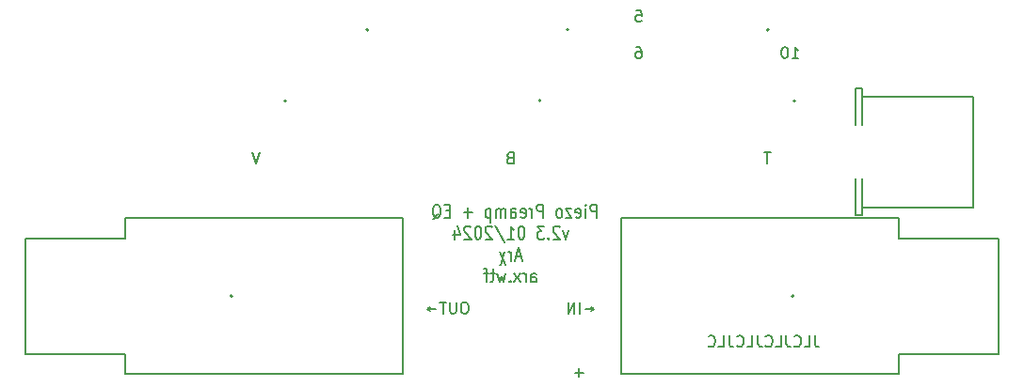
<source format=gbo>
G04 #@! TF.GenerationSoftware,KiCad,Pcbnew,7.0.10*
G04 #@! TF.CreationDate,2024-02-22T18:00:35+01:00*
G04 #@! TF.ProjectId,2023_PiezoPreamp,32303233-5f50-4696-957a-6f507265616d,2.3*
G04 #@! TF.SameCoordinates,PX25317c0PY1c22260*
G04 #@! TF.FileFunction,Legend,Bot*
G04 #@! TF.FilePolarity,Positive*
%FSLAX46Y46*%
G04 Gerber Fmt 4.6, Leading zero omitted, Abs format (unit mm)*
G04 Created by KiCad (PCBNEW 7.0.10) date 2024-02-22 18:00:35*
%MOMM*%
%LPD*%
G01*
G04 APERTURE LIST*
%ADD10C,0.200000*%
%ADD11C,0.127000*%
%ADD12C,5.500000*%
%ADD13C,1.000000*%
%ADD14C,1.800000*%
%ADD15O,3.600000X4.000000*%
%ADD16O,3.500000X4.000000*%
%ADD17C,1.400000*%
%ADD18C,3.200000*%
%ADD19R,1.650000X1.650000*%
%ADD20C,1.650000*%
%ADD21O,2.800000X4.800000*%
%ADD22O,3.204000X2.004000*%
G04 APERTURE END LIST*
D10*
X22100000Y-2300000D02*
G75*
G03*
X21900000Y-2300000I-100000J0D01*
G01*
X21900000Y-2300000D02*
G75*
G03*
X22100000Y-2300000I100000J0D01*
G01*
X37600000Y-8700000D02*
G75*
G03*
X37400000Y-8700000I-100000J0D01*
G01*
X37400000Y-8700000D02*
G75*
G03*
X37600000Y-8700000I100000J0D01*
G01*
X58100000Y-2300000D02*
G75*
G03*
X57900000Y-2300000I-100000J0D01*
G01*
X57900000Y-2300000D02*
G75*
G03*
X58100000Y-2300000I100000J0D01*
G01*
X60500000Y-8700000D02*
G75*
G03*
X60300000Y-8700000I-100000J0D01*
G01*
X60300000Y-8700000D02*
G75*
G03*
X60500000Y-8700000I100000J0D01*
G01*
X14700000Y-8700000D02*
G75*
G03*
X14500000Y-8700000I-100000J0D01*
G01*
X14500000Y-8700000D02*
G75*
G03*
X14700000Y-8700000I100000J0D01*
G01*
X40100000Y-2300000D02*
G75*
G03*
X39900000Y-2300000I-100000J0D01*
G01*
X39900000Y-2300000D02*
G75*
G03*
X40100000Y-2300000I100000J0D01*
G01*
X12273183Y-13367219D02*
X11939850Y-14367219D01*
X11939850Y-14367219D02*
X11606517Y-13367219D01*
X41568422Y-27486266D02*
X42330326Y-27486266D01*
X42139850Y-27676742D02*
X42330326Y-27486266D01*
X42330326Y-27486266D02*
X42139850Y-27295790D01*
X41092231Y-27867219D02*
X41092231Y-26867219D01*
X40616041Y-27867219D02*
X40616041Y-26867219D01*
X40616041Y-26867219D02*
X40044613Y-27867219D01*
X40044613Y-27867219D02*
X40044613Y-26867219D01*
X42614285Y-19246742D02*
X42614285Y-18046742D01*
X42614285Y-18046742D02*
X42233333Y-18046742D01*
X42233333Y-18046742D02*
X42138095Y-18103885D01*
X42138095Y-18103885D02*
X42090476Y-18161028D01*
X42090476Y-18161028D02*
X42042857Y-18275314D01*
X42042857Y-18275314D02*
X42042857Y-18446742D01*
X42042857Y-18446742D02*
X42090476Y-18561028D01*
X42090476Y-18561028D02*
X42138095Y-18618171D01*
X42138095Y-18618171D02*
X42233333Y-18675314D01*
X42233333Y-18675314D02*
X42614285Y-18675314D01*
X41614285Y-19246742D02*
X41614285Y-18446742D01*
X41614285Y-18046742D02*
X41661904Y-18103885D01*
X41661904Y-18103885D02*
X41614285Y-18161028D01*
X41614285Y-18161028D02*
X41566666Y-18103885D01*
X41566666Y-18103885D02*
X41614285Y-18046742D01*
X41614285Y-18046742D02*
X41614285Y-18161028D01*
X40757143Y-19189600D02*
X40852381Y-19246742D01*
X40852381Y-19246742D02*
X41042857Y-19246742D01*
X41042857Y-19246742D02*
X41138095Y-19189600D01*
X41138095Y-19189600D02*
X41185714Y-19075314D01*
X41185714Y-19075314D02*
X41185714Y-18618171D01*
X41185714Y-18618171D02*
X41138095Y-18503885D01*
X41138095Y-18503885D02*
X41042857Y-18446742D01*
X41042857Y-18446742D02*
X40852381Y-18446742D01*
X40852381Y-18446742D02*
X40757143Y-18503885D01*
X40757143Y-18503885D02*
X40709524Y-18618171D01*
X40709524Y-18618171D02*
X40709524Y-18732457D01*
X40709524Y-18732457D02*
X41185714Y-18846742D01*
X40376190Y-18446742D02*
X39852381Y-18446742D01*
X39852381Y-18446742D02*
X40376190Y-19246742D01*
X40376190Y-19246742D02*
X39852381Y-19246742D01*
X39328571Y-19246742D02*
X39423809Y-19189600D01*
X39423809Y-19189600D02*
X39471428Y-19132457D01*
X39471428Y-19132457D02*
X39519047Y-19018171D01*
X39519047Y-19018171D02*
X39519047Y-18675314D01*
X39519047Y-18675314D02*
X39471428Y-18561028D01*
X39471428Y-18561028D02*
X39423809Y-18503885D01*
X39423809Y-18503885D02*
X39328571Y-18446742D01*
X39328571Y-18446742D02*
X39185714Y-18446742D01*
X39185714Y-18446742D02*
X39090476Y-18503885D01*
X39090476Y-18503885D02*
X39042857Y-18561028D01*
X39042857Y-18561028D02*
X38995238Y-18675314D01*
X38995238Y-18675314D02*
X38995238Y-19018171D01*
X38995238Y-19018171D02*
X39042857Y-19132457D01*
X39042857Y-19132457D02*
X39090476Y-19189600D01*
X39090476Y-19189600D02*
X39185714Y-19246742D01*
X39185714Y-19246742D02*
X39328571Y-19246742D01*
X37804761Y-19246742D02*
X37804761Y-18046742D01*
X37804761Y-18046742D02*
X37423809Y-18046742D01*
X37423809Y-18046742D02*
X37328571Y-18103885D01*
X37328571Y-18103885D02*
X37280952Y-18161028D01*
X37280952Y-18161028D02*
X37233333Y-18275314D01*
X37233333Y-18275314D02*
X37233333Y-18446742D01*
X37233333Y-18446742D02*
X37280952Y-18561028D01*
X37280952Y-18561028D02*
X37328571Y-18618171D01*
X37328571Y-18618171D02*
X37423809Y-18675314D01*
X37423809Y-18675314D02*
X37804761Y-18675314D01*
X36804761Y-19246742D02*
X36804761Y-18446742D01*
X36804761Y-18675314D02*
X36757142Y-18561028D01*
X36757142Y-18561028D02*
X36709523Y-18503885D01*
X36709523Y-18503885D02*
X36614285Y-18446742D01*
X36614285Y-18446742D02*
X36519047Y-18446742D01*
X35804761Y-19189600D02*
X35899999Y-19246742D01*
X35899999Y-19246742D02*
X36090475Y-19246742D01*
X36090475Y-19246742D02*
X36185713Y-19189600D01*
X36185713Y-19189600D02*
X36233332Y-19075314D01*
X36233332Y-19075314D02*
X36233332Y-18618171D01*
X36233332Y-18618171D02*
X36185713Y-18503885D01*
X36185713Y-18503885D02*
X36090475Y-18446742D01*
X36090475Y-18446742D02*
X35899999Y-18446742D01*
X35899999Y-18446742D02*
X35804761Y-18503885D01*
X35804761Y-18503885D02*
X35757142Y-18618171D01*
X35757142Y-18618171D02*
X35757142Y-18732457D01*
X35757142Y-18732457D02*
X36233332Y-18846742D01*
X34899999Y-19246742D02*
X34899999Y-18618171D01*
X34899999Y-18618171D02*
X34947618Y-18503885D01*
X34947618Y-18503885D02*
X35042856Y-18446742D01*
X35042856Y-18446742D02*
X35233332Y-18446742D01*
X35233332Y-18446742D02*
X35328570Y-18503885D01*
X34899999Y-19189600D02*
X34995237Y-19246742D01*
X34995237Y-19246742D02*
X35233332Y-19246742D01*
X35233332Y-19246742D02*
X35328570Y-19189600D01*
X35328570Y-19189600D02*
X35376189Y-19075314D01*
X35376189Y-19075314D02*
X35376189Y-18961028D01*
X35376189Y-18961028D02*
X35328570Y-18846742D01*
X35328570Y-18846742D02*
X35233332Y-18789600D01*
X35233332Y-18789600D02*
X34995237Y-18789600D01*
X34995237Y-18789600D02*
X34899999Y-18732457D01*
X34423808Y-19246742D02*
X34423808Y-18446742D01*
X34423808Y-18561028D02*
X34376189Y-18503885D01*
X34376189Y-18503885D02*
X34280951Y-18446742D01*
X34280951Y-18446742D02*
X34138094Y-18446742D01*
X34138094Y-18446742D02*
X34042856Y-18503885D01*
X34042856Y-18503885D02*
X33995237Y-18618171D01*
X33995237Y-18618171D02*
X33995237Y-19246742D01*
X33995237Y-18618171D02*
X33947618Y-18503885D01*
X33947618Y-18503885D02*
X33852380Y-18446742D01*
X33852380Y-18446742D02*
X33709523Y-18446742D01*
X33709523Y-18446742D02*
X33614284Y-18503885D01*
X33614284Y-18503885D02*
X33566665Y-18618171D01*
X33566665Y-18618171D02*
X33566665Y-19246742D01*
X33090475Y-18446742D02*
X33090475Y-19646742D01*
X33090475Y-18503885D02*
X32995237Y-18446742D01*
X32995237Y-18446742D02*
X32804761Y-18446742D01*
X32804761Y-18446742D02*
X32709523Y-18503885D01*
X32709523Y-18503885D02*
X32661904Y-18561028D01*
X32661904Y-18561028D02*
X32614285Y-18675314D01*
X32614285Y-18675314D02*
X32614285Y-19018171D01*
X32614285Y-19018171D02*
X32661904Y-19132457D01*
X32661904Y-19132457D02*
X32709523Y-19189600D01*
X32709523Y-19189600D02*
X32804761Y-19246742D01*
X32804761Y-19246742D02*
X32995237Y-19246742D01*
X32995237Y-19246742D02*
X33090475Y-19189600D01*
X31423808Y-18789600D02*
X30661904Y-18789600D01*
X31042856Y-19246742D02*
X31042856Y-18332457D01*
X29423808Y-18618171D02*
X29090475Y-18618171D01*
X28947618Y-19246742D02*
X29423808Y-19246742D01*
X29423808Y-19246742D02*
X29423808Y-18046742D01*
X29423808Y-18046742D02*
X28947618Y-18046742D01*
X27852380Y-19361028D02*
X27947618Y-19303885D01*
X27947618Y-19303885D02*
X28042856Y-19189600D01*
X28042856Y-19189600D02*
X28185713Y-19018171D01*
X28185713Y-19018171D02*
X28280951Y-18961028D01*
X28280951Y-18961028D02*
X28376189Y-18961028D01*
X28328570Y-19246742D02*
X28423808Y-19189600D01*
X28423808Y-19189600D02*
X28519046Y-19075314D01*
X28519046Y-19075314D02*
X28566665Y-18846742D01*
X28566665Y-18846742D02*
X28566665Y-18446742D01*
X28566665Y-18446742D02*
X28519046Y-18218171D01*
X28519046Y-18218171D02*
X28423808Y-18103885D01*
X28423808Y-18103885D02*
X28328570Y-18046742D01*
X28328570Y-18046742D02*
X28138094Y-18046742D01*
X28138094Y-18046742D02*
X28042856Y-18103885D01*
X28042856Y-18103885D02*
X27947618Y-18218171D01*
X27947618Y-18218171D02*
X27899999Y-18446742D01*
X27899999Y-18446742D02*
X27899999Y-18846742D01*
X27899999Y-18846742D02*
X27947618Y-19075314D01*
X27947618Y-19075314D02*
X28042856Y-19189600D01*
X28042856Y-19189600D02*
X28138094Y-19246742D01*
X28138094Y-19246742D02*
X28328570Y-19246742D01*
X40090475Y-20378742D02*
X39852380Y-21178742D01*
X39852380Y-21178742D02*
X39614285Y-20378742D01*
X39280951Y-20093028D02*
X39233332Y-20035885D01*
X39233332Y-20035885D02*
X39138094Y-19978742D01*
X39138094Y-19978742D02*
X38899999Y-19978742D01*
X38899999Y-19978742D02*
X38804761Y-20035885D01*
X38804761Y-20035885D02*
X38757142Y-20093028D01*
X38757142Y-20093028D02*
X38709523Y-20207314D01*
X38709523Y-20207314D02*
X38709523Y-20321600D01*
X38709523Y-20321600D02*
X38757142Y-20493028D01*
X38757142Y-20493028D02*
X39328570Y-21178742D01*
X39328570Y-21178742D02*
X38709523Y-21178742D01*
X38280951Y-21064457D02*
X38233332Y-21121600D01*
X38233332Y-21121600D02*
X38280951Y-21178742D01*
X38280951Y-21178742D02*
X38328570Y-21121600D01*
X38328570Y-21121600D02*
X38280951Y-21064457D01*
X38280951Y-21064457D02*
X38280951Y-21178742D01*
X37899999Y-19978742D02*
X37280952Y-19978742D01*
X37280952Y-19978742D02*
X37614285Y-20435885D01*
X37614285Y-20435885D02*
X37471428Y-20435885D01*
X37471428Y-20435885D02*
X37376190Y-20493028D01*
X37376190Y-20493028D02*
X37328571Y-20550171D01*
X37328571Y-20550171D02*
X37280952Y-20664457D01*
X37280952Y-20664457D02*
X37280952Y-20950171D01*
X37280952Y-20950171D02*
X37328571Y-21064457D01*
X37328571Y-21064457D02*
X37376190Y-21121600D01*
X37376190Y-21121600D02*
X37471428Y-21178742D01*
X37471428Y-21178742D02*
X37757142Y-21178742D01*
X37757142Y-21178742D02*
X37852380Y-21121600D01*
X37852380Y-21121600D02*
X37899999Y-21064457D01*
X35899999Y-19978742D02*
X35804761Y-19978742D01*
X35804761Y-19978742D02*
X35709523Y-20035885D01*
X35709523Y-20035885D02*
X35661904Y-20093028D01*
X35661904Y-20093028D02*
X35614285Y-20207314D01*
X35614285Y-20207314D02*
X35566666Y-20435885D01*
X35566666Y-20435885D02*
X35566666Y-20721600D01*
X35566666Y-20721600D02*
X35614285Y-20950171D01*
X35614285Y-20950171D02*
X35661904Y-21064457D01*
X35661904Y-21064457D02*
X35709523Y-21121600D01*
X35709523Y-21121600D02*
X35804761Y-21178742D01*
X35804761Y-21178742D02*
X35899999Y-21178742D01*
X35899999Y-21178742D02*
X35995237Y-21121600D01*
X35995237Y-21121600D02*
X36042856Y-21064457D01*
X36042856Y-21064457D02*
X36090475Y-20950171D01*
X36090475Y-20950171D02*
X36138094Y-20721600D01*
X36138094Y-20721600D02*
X36138094Y-20435885D01*
X36138094Y-20435885D02*
X36090475Y-20207314D01*
X36090475Y-20207314D02*
X36042856Y-20093028D01*
X36042856Y-20093028D02*
X35995237Y-20035885D01*
X35995237Y-20035885D02*
X35899999Y-19978742D01*
X34614285Y-21178742D02*
X35185713Y-21178742D01*
X34899999Y-21178742D02*
X34899999Y-19978742D01*
X34899999Y-19978742D02*
X34995237Y-20150171D01*
X34995237Y-20150171D02*
X35090475Y-20264457D01*
X35090475Y-20264457D02*
X35185713Y-20321600D01*
X33471428Y-19921600D02*
X34328570Y-21464457D01*
X33185713Y-20093028D02*
X33138094Y-20035885D01*
X33138094Y-20035885D02*
X33042856Y-19978742D01*
X33042856Y-19978742D02*
X32804761Y-19978742D01*
X32804761Y-19978742D02*
X32709523Y-20035885D01*
X32709523Y-20035885D02*
X32661904Y-20093028D01*
X32661904Y-20093028D02*
X32614285Y-20207314D01*
X32614285Y-20207314D02*
X32614285Y-20321600D01*
X32614285Y-20321600D02*
X32661904Y-20493028D01*
X32661904Y-20493028D02*
X33233332Y-21178742D01*
X33233332Y-21178742D02*
X32614285Y-21178742D01*
X31995237Y-19978742D02*
X31899999Y-19978742D01*
X31899999Y-19978742D02*
X31804761Y-20035885D01*
X31804761Y-20035885D02*
X31757142Y-20093028D01*
X31757142Y-20093028D02*
X31709523Y-20207314D01*
X31709523Y-20207314D02*
X31661904Y-20435885D01*
X31661904Y-20435885D02*
X31661904Y-20721600D01*
X31661904Y-20721600D02*
X31709523Y-20950171D01*
X31709523Y-20950171D02*
X31757142Y-21064457D01*
X31757142Y-21064457D02*
X31804761Y-21121600D01*
X31804761Y-21121600D02*
X31899999Y-21178742D01*
X31899999Y-21178742D02*
X31995237Y-21178742D01*
X31995237Y-21178742D02*
X32090475Y-21121600D01*
X32090475Y-21121600D02*
X32138094Y-21064457D01*
X32138094Y-21064457D02*
X32185713Y-20950171D01*
X32185713Y-20950171D02*
X32233332Y-20721600D01*
X32233332Y-20721600D02*
X32233332Y-20435885D01*
X32233332Y-20435885D02*
X32185713Y-20207314D01*
X32185713Y-20207314D02*
X32138094Y-20093028D01*
X32138094Y-20093028D02*
X32090475Y-20035885D01*
X32090475Y-20035885D02*
X31995237Y-19978742D01*
X31280951Y-20093028D02*
X31233332Y-20035885D01*
X31233332Y-20035885D02*
X31138094Y-19978742D01*
X31138094Y-19978742D02*
X30899999Y-19978742D01*
X30899999Y-19978742D02*
X30804761Y-20035885D01*
X30804761Y-20035885D02*
X30757142Y-20093028D01*
X30757142Y-20093028D02*
X30709523Y-20207314D01*
X30709523Y-20207314D02*
X30709523Y-20321600D01*
X30709523Y-20321600D02*
X30757142Y-20493028D01*
X30757142Y-20493028D02*
X31328570Y-21178742D01*
X31328570Y-21178742D02*
X30709523Y-21178742D01*
X29852380Y-20378742D02*
X29852380Y-21178742D01*
X30090475Y-19921600D02*
X30328570Y-20778742D01*
X30328570Y-20778742D02*
X29709523Y-20778742D01*
X35852380Y-22767885D02*
X35376190Y-22767885D01*
X35947618Y-23110742D02*
X35614285Y-21910742D01*
X35614285Y-21910742D02*
X35280952Y-23110742D01*
X34947618Y-23110742D02*
X34947618Y-22310742D01*
X34947618Y-22539314D02*
X34899999Y-22425028D01*
X34899999Y-22425028D02*
X34852380Y-22367885D01*
X34852380Y-22367885D02*
X34757142Y-22310742D01*
X34757142Y-22310742D02*
X34661904Y-22310742D01*
X33899999Y-22310742D02*
X34423808Y-23510742D01*
X34423808Y-22310742D02*
X34328570Y-22367885D01*
X34328570Y-22367885D02*
X34280951Y-22482171D01*
X34280951Y-22482171D02*
X34042856Y-23339314D01*
X34042856Y-23339314D02*
X33995237Y-23453600D01*
X33995237Y-23453600D02*
X33899999Y-23510742D01*
X36733333Y-25042742D02*
X36733333Y-24414171D01*
X36733333Y-24414171D02*
X36780952Y-24299885D01*
X36780952Y-24299885D02*
X36876190Y-24242742D01*
X36876190Y-24242742D02*
X37066666Y-24242742D01*
X37066666Y-24242742D02*
X37161904Y-24299885D01*
X36733333Y-24985600D02*
X36828571Y-25042742D01*
X36828571Y-25042742D02*
X37066666Y-25042742D01*
X37066666Y-25042742D02*
X37161904Y-24985600D01*
X37161904Y-24985600D02*
X37209523Y-24871314D01*
X37209523Y-24871314D02*
X37209523Y-24757028D01*
X37209523Y-24757028D02*
X37161904Y-24642742D01*
X37161904Y-24642742D02*
X37066666Y-24585600D01*
X37066666Y-24585600D02*
X36828571Y-24585600D01*
X36828571Y-24585600D02*
X36733333Y-24528457D01*
X36257142Y-25042742D02*
X36257142Y-24242742D01*
X36257142Y-24471314D02*
X36209523Y-24357028D01*
X36209523Y-24357028D02*
X36161904Y-24299885D01*
X36161904Y-24299885D02*
X36066666Y-24242742D01*
X36066666Y-24242742D02*
X35971428Y-24242742D01*
X35733332Y-25042742D02*
X35209523Y-24242742D01*
X35733332Y-24242742D02*
X35209523Y-25042742D01*
X34828570Y-24928457D02*
X34780951Y-24985600D01*
X34780951Y-24985600D02*
X34828570Y-25042742D01*
X34828570Y-25042742D02*
X34876189Y-24985600D01*
X34876189Y-24985600D02*
X34828570Y-24928457D01*
X34828570Y-24928457D02*
X34828570Y-25042742D01*
X34447618Y-24242742D02*
X34257142Y-25042742D01*
X34257142Y-25042742D02*
X34066666Y-24471314D01*
X34066666Y-24471314D02*
X33876190Y-25042742D01*
X33876190Y-25042742D02*
X33685714Y-24242742D01*
X33447618Y-24242742D02*
X33066666Y-24242742D01*
X33304761Y-23842742D02*
X33304761Y-24871314D01*
X33304761Y-24871314D02*
X33257142Y-24985600D01*
X33257142Y-24985600D02*
X33161904Y-25042742D01*
X33161904Y-25042742D02*
X33066666Y-25042742D01*
X32876189Y-24242742D02*
X32495237Y-24242742D01*
X32733332Y-25042742D02*
X32733332Y-24014171D01*
X32733332Y-24014171D02*
X32685713Y-23899885D01*
X32685713Y-23899885D02*
X32590475Y-23842742D01*
X32590475Y-23842742D02*
X32495237Y-23842742D01*
X62244612Y-29867219D02*
X62244612Y-30581504D01*
X62244612Y-30581504D02*
X62292231Y-30724361D01*
X62292231Y-30724361D02*
X62387469Y-30819600D01*
X62387469Y-30819600D02*
X62530326Y-30867219D01*
X62530326Y-30867219D02*
X62625564Y-30867219D01*
X61292231Y-30867219D02*
X61768421Y-30867219D01*
X61768421Y-30867219D02*
X61768421Y-29867219D01*
X60387469Y-30771980D02*
X60435088Y-30819600D01*
X60435088Y-30819600D02*
X60577945Y-30867219D01*
X60577945Y-30867219D02*
X60673183Y-30867219D01*
X60673183Y-30867219D02*
X60816040Y-30819600D01*
X60816040Y-30819600D02*
X60911278Y-30724361D01*
X60911278Y-30724361D02*
X60958897Y-30629123D01*
X60958897Y-30629123D02*
X61006516Y-30438647D01*
X61006516Y-30438647D02*
X61006516Y-30295790D01*
X61006516Y-30295790D02*
X60958897Y-30105314D01*
X60958897Y-30105314D02*
X60911278Y-30010076D01*
X60911278Y-30010076D02*
X60816040Y-29914838D01*
X60816040Y-29914838D02*
X60673183Y-29867219D01*
X60673183Y-29867219D02*
X60577945Y-29867219D01*
X60577945Y-29867219D02*
X60435088Y-29914838D01*
X60435088Y-29914838D02*
X60387469Y-29962457D01*
X59673183Y-29867219D02*
X59673183Y-30581504D01*
X59673183Y-30581504D02*
X59720802Y-30724361D01*
X59720802Y-30724361D02*
X59816040Y-30819600D01*
X59816040Y-30819600D02*
X59958897Y-30867219D01*
X59958897Y-30867219D02*
X60054135Y-30867219D01*
X58720802Y-30867219D02*
X59196992Y-30867219D01*
X59196992Y-30867219D02*
X59196992Y-29867219D01*
X57816040Y-30771980D02*
X57863659Y-30819600D01*
X57863659Y-30819600D02*
X58006516Y-30867219D01*
X58006516Y-30867219D02*
X58101754Y-30867219D01*
X58101754Y-30867219D02*
X58244611Y-30819600D01*
X58244611Y-30819600D02*
X58339849Y-30724361D01*
X58339849Y-30724361D02*
X58387468Y-30629123D01*
X58387468Y-30629123D02*
X58435087Y-30438647D01*
X58435087Y-30438647D02*
X58435087Y-30295790D01*
X58435087Y-30295790D02*
X58387468Y-30105314D01*
X58387468Y-30105314D02*
X58339849Y-30010076D01*
X58339849Y-30010076D02*
X58244611Y-29914838D01*
X58244611Y-29914838D02*
X58101754Y-29867219D01*
X58101754Y-29867219D02*
X58006516Y-29867219D01*
X58006516Y-29867219D02*
X57863659Y-29914838D01*
X57863659Y-29914838D02*
X57816040Y-29962457D01*
X57101754Y-29867219D02*
X57101754Y-30581504D01*
X57101754Y-30581504D02*
X57149373Y-30724361D01*
X57149373Y-30724361D02*
X57244611Y-30819600D01*
X57244611Y-30819600D02*
X57387468Y-30867219D01*
X57387468Y-30867219D02*
X57482706Y-30867219D01*
X56149373Y-30867219D02*
X56625563Y-30867219D01*
X56625563Y-30867219D02*
X56625563Y-29867219D01*
X55244611Y-30771980D02*
X55292230Y-30819600D01*
X55292230Y-30819600D02*
X55435087Y-30867219D01*
X55435087Y-30867219D02*
X55530325Y-30867219D01*
X55530325Y-30867219D02*
X55673182Y-30819600D01*
X55673182Y-30819600D02*
X55768420Y-30724361D01*
X55768420Y-30724361D02*
X55816039Y-30629123D01*
X55816039Y-30629123D02*
X55863658Y-30438647D01*
X55863658Y-30438647D02*
X55863658Y-30295790D01*
X55863658Y-30295790D02*
X55816039Y-30105314D01*
X55816039Y-30105314D02*
X55768420Y-30010076D01*
X55768420Y-30010076D02*
X55673182Y-29914838D01*
X55673182Y-29914838D02*
X55530325Y-29867219D01*
X55530325Y-29867219D02*
X55435087Y-29867219D01*
X55435087Y-29867219D02*
X55292230Y-29914838D01*
X55292230Y-29914838D02*
X55244611Y-29962457D01*
X54530325Y-29867219D02*
X54530325Y-30581504D01*
X54530325Y-30581504D02*
X54577944Y-30724361D01*
X54577944Y-30724361D02*
X54673182Y-30819600D01*
X54673182Y-30819600D02*
X54816039Y-30867219D01*
X54816039Y-30867219D02*
X54911277Y-30867219D01*
X53577944Y-30867219D02*
X54054134Y-30867219D01*
X54054134Y-30867219D02*
X54054134Y-29867219D01*
X52673182Y-30771980D02*
X52720801Y-30819600D01*
X52720801Y-30819600D02*
X52863658Y-30867219D01*
X52863658Y-30867219D02*
X52958896Y-30867219D01*
X52958896Y-30867219D02*
X53101753Y-30819600D01*
X53101753Y-30819600D02*
X53196991Y-30724361D01*
X53196991Y-30724361D02*
X53244610Y-30629123D01*
X53244610Y-30629123D02*
X53292229Y-30438647D01*
X53292229Y-30438647D02*
X53292229Y-30295790D01*
X53292229Y-30295790D02*
X53244610Y-30105314D01*
X53244610Y-30105314D02*
X53196991Y-30010076D01*
X53196991Y-30010076D02*
X53101753Y-29914838D01*
X53101753Y-29914838D02*
X52958896Y-29867219D01*
X52958896Y-29867219D02*
X52863658Y-29867219D01*
X52863658Y-29867219D02*
X52720801Y-29914838D01*
X52720801Y-29914838D02*
X52673182Y-29962457D01*
X46154136Y-567219D02*
X46630326Y-567219D01*
X46630326Y-567219D02*
X46677945Y-1043409D01*
X46677945Y-1043409D02*
X46630326Y-995790D01*
X46630326Y-995790D02*
X46535088Y-948171D01*
X46535088Y-948171D02*
X46296993Y-948171D01*
X46296993Y-948171D02*
X46201755Y-995790D01*
X46201755Y-995790D02*
X46154136Y-1043409D01*
X46154136Y-1043409D02*
X46106517Y-1138647D01*
X46106517Y-1138647D02*
X46106517Y-1376742D01*
X46106517Y-1376742D02*
X46154136Y-1471980D01*
X46154136Y-1471980D02*
X46201755Y-1519600D01*
X46201755Y-1519600D02*
X46296993Y-1567219D01*
X46296993Y-1567219D02*
X46535088Y-1567219D01*
X46535088Y-1567219D02*
X46630326Y-1519600D01*
X46630326Y-1519600D02*
X46677945Y-1471980D01*
X58273183Y-13367219D02*
X57701755Y-13367219D01*
X57987469Y-14367219D02*
X57987469Y-13367219D01*
X60206517Y-4867219D02*
X60777945Y-4867219D01*
X60492231Y-4867219D02*
X60492231Y-3867219D01*
X60492231Y-3867219D02*
X60587469Y-4010076D01*
X60587469Y-4010076D02*
X60682707Y-4105314D01*
X60682707Y-4105314D02*
X60777945Y-4152933D01*
X59587469Y-3867219D02*
X59492231Y-3867219D01*
X59492231Y-3867219D02*
X59396993Y-3914838D01*
X59396993Y-3914838D02*
X59349374Y-3962457D01*
X59349374Y-3962457D02*
X59301755Y-4057695D01*
X59301755Y-4057695D02*
X59254136Y-4248171D01*
X59254136Y-4248171D02*
X59254136Y-4486266D01*
X59254136Y-4486266D02*
X59301755Y-4676742D01*
X59301755Y-4676742D02*
X59349374Y-4771980D01*
X59349374Y-4771980D02*
X59396993Y-4819600D01*
X59396993Y-4819600D02*
X59492231Y-4867219D01*
X59492231Y-4867219D02*
X59587469Y-4867219D01*
X59587469Y-4867219D02*
X59682707Y-4819600D01*
X59682707Y-4819600D02*
X59730326Y-4771980D01*
X59730326Y-4771980D02*
X59777945Y-4676742D01*
X59777945Y-4676742D02*
X59825564Y-4486266D01*
X59825564Y-4486266D02*
X59825564Y-4248171D01*
X59825564Y-4248171D02*
X59777945Y-4057695D01*
X59777945Y-4057695D02*
X59730326Y-3962457D01*
X59730326Y-3962457D02*
X59682707Y-3914838D01*
X59682707Y-3914838D02*
X59587469Y-3867219D01*
X41430326Y-33186266D02*
X40668422Y-33186266D01*
X41049374Y-33567219D02*
X41049374Y-32805314D01*
X30839850Y-26867219D02*
X30649374Y-26867219D01*
X30649374Y-26867219D02*
X30554136Y-26914838D01*
X30554136Y-26914838D02*
X30458898Y-27010076D01*
X30458898Y-27010076D02*
X30411279Y-27200552D01*
X30411279Y-27200552D02*
X30411279Y-27533885D01*
X30411279Y-27533885D02*
X30458898Y-27724361D01*
X30458898Y-27724361D02*
X30554136Y-27819600D01*
X30554136Y-27819600D02*
X30649374Y-27867219D01*
X30649374Y-27867219D02*
X30839850Y-27867219D01*
X30839850Y-27867219D02*
X30935088Y-27819600D01*
X30935088Y-27819600D02*
X31030326Y-27724361D01*
X31030326Y-27724361D02*
X31077945Y-27533885D01*
X31077945Y-27533885D02*
X31077945Y-27200552D01*
X31077945Y-27200552D02*
X31030326Y-27010076D01*
X31030326Y-27010076D02*
X30935088Y-26914838D01*
X30935088Y-26914838D02*
X30839850Y-26867219D01*
X29982707Y-26867219D02*
X29982707Y-27676742D01*
X29982707Y-27676742D02*
X29935088Y-27771980D01*
X29935088Y-27771980D02*
X29887469Y-27819600D01*
X29887469Y-27819600D02*
X29792231Y-27867219D01*
X29792231Y-27867219D02*
X29601755Y-27867219D01*
X29601755Y-27867219D02*
X29506517Y-27819600D01*
X29506517Y-27819600D02*
X29458898Y-27771980D01*
X29458898Y-27771980D02*
X29411279Y-27676742D01*
X29411279Y-27676742D02*
X29411279Y-26867219D01*
X29077945Y-26867219D02*
X28506517Y-26867219D01*
X28792231Y-27867219D02*
X28792231Y-26867219D01*
X28173183Y-27486266D02*
X27411279Y-27486266D01*
X27601755Y-27676742D02*
X27411279Y-27486266D01*
X27411279Y-27486266D02*
X27601755Y-27295790D01*
X34796993Y-13843409D02*
X34654136Y-13891028D01*
X34654136Y-13891028D02*
X34606517Y-13938647D01*
X34606517Y-13938647D02*
X34558898Y-14033885D01*
X34558898Y-14033885D02*
X34558898Y-14176742D01*
X34558898Y-14176742D02*
X34606517Y-14271980D01*
X34606517Y-14271980D02*
X34654136Y-14319600D01*
X34654136Y-14319600D02*
X34749374Y-14367219D01*
X34749374Y-14367219D02*
X35130326Y-14367219D01*
X35130326Y-14367219D02*
X35130326Y-13367219D01*
X35130326Y-13367219D02*
X34796993Y-13367219D01*
X34796993Y-13367219D02*
X34701755Y-13414838D01*
X34701755Y-13414838D02*
X34654136Y-13462457D01*
X34654136Y-13462457D02*
X34606517Y-13557695D01*
X34606517Y-13557695D02*
X34606517Y-13652933D01*
X34606517Y-13652933D02*
X34654136Y-13748171D01*
X34654136Y-13748171D02*
X34701755Y-13795790D01*
X34701755Y-13795790D02*
X34796993Y-13843409D01*
X34796993Y-13843409D02*
X35130326Y-13843409D01*
X46201755Y-3867219D02*
X46392231Y-3867219D01*
X46392231Y-3867219D02*
X46487469Y-3914838D01*
X46487469Y-3914838D02*
X46535088Y-3962457D01*
X46535088Y-3962457D02*
X46630326Y-4105314D01*
X46630326Y-4105314D02*
X46677945Y-4295790D01*
X46677945Y-4295790D02*
X46677945Y-4676742D01*
X46677945Y-4676742D02*
X46630326Y-4771980D01*
X46630326Y-4771980D02*
X46582707Y-4819600D01*
X46582707Y-4819600D02*
X46487469Y-4867219D01*
X46487469Y-4867219D02*
X46296993Y-4867219D01*
X46296993Y-4867219D02*
X46201755Y-4819600D01*
X46201755Y-4819600D02*
X46154136Y-4771980D01*
X46154136Y-4771980D02*
X46106517Y-4676742D01*
X46106517Y-4676742D02*
X46106517Y-4438647D01*
X46106517Y-4438647D02*
X46154136Y-4343409D01*
X46154136Y-4343409D02*
X46201755Y-4295790D01*
X46201755Y-4295790D02*
X46296993Y-4248171D01*
X46296993Y-4248171D02*
X46487469Y-4248171D01*
X46487469Y-4248171D02*
X46582707Y-4295790D01*
X46582707Y-4295790D02*
X46630326Y-4343409D01*
X46630326Y-4343409D02*
X46677945Y-4438647D01*
X66500000Y-19000000D02*
X65900000Y-19000000D01*
X65900000Y-19000000D02*
X65900000Y-7600000D01*
X65900000Y-7600000D02*
X66500000Y-7600000D01*
X66500000Y-7600000D02*
X66500000Y-19000000D01*
X76500000Y-18300000D02*
X66500000Y-18300000D01*
X66500000Y-18300000D02*
X66500000Y-8300000D01*
X66500000Y-8300000D02*
X76500000Y-8300000D01*
X76500000Y-8300000D02*
X76500000Y-18300000D01*
D11*
X-8800000Y-21100000D02*
X200000Y-21100000D01*
X-8800000Y-31500000D02*
X-8800000Y-21100000D01*
X-8800000Y-31500000D02*
X200000Y-31500000D01*
X200000Y-19300000D02*
X200000Y-21100000D01*
X200000Y-31500000D02*
X200000Y-33300000D01*
X200000Y-33300000D02*
X25200000Y-33300000D01*
X25200000Y-19300000D02*
X200000Y-19300000D01*
X25200000Y-33300000D02*
X25200000Y-19300000D01*
D10*
X9850000Y-26300000D02*
G75*
G03*
X9650000Y-26300000I-100000J0D01*
G01*
X9650000Y-26300000D02*
G75*
G03*
X9850000Y-26300000I100000J0D01*
G01*
D11*
X78800000Y-31500000D02*
X69800000Y-31500000D01*
X78800000Y-21100000D02*
X78800000Y-31500000D01*
X78800000Y-21100000D02*
X69800000Y-21100000D01*
X69800000Y-33300000D02*
X69800000Y-31500000D01*
X69800000Y-21100000D02*
X69800000Y-19300000D01*
X69800000Y-19300000D02*
X44800000Y-19300000D01*
X44800000Y-33300000D02*
X69800000Y-33300000D01*
X44800000Y-19300000D02*
X44800000Y-33300000D01*
D10*
X60350000Y-26300000D02*
G75*
G03*
X60150000Y-26300000I-100000J0D01*
G01*
X60150000Y-26300000D02*
G75*
G03*
X60350000Y-26300000I100000J0D01*
G01*
%LPC*%
D12*
X65000000Y-4500000D03*
D13*
X41100000Y-31700000D03*
X39850000Y-31700000D03*
D14*
X37500000Y-7400000D03*
X35000000Y-7400000D03*
X32500000Y-7400000D03*
D15*
X39400000Y-14400000D03*
D16*
X30600000Y-14400000D03*
D17*
X40000000Y-1100000D03*
X38000000Y-1100000D03*
X34000000Y-1100000D03*
X32000000Y-1100000D03*
X30000000Y-1100000D03*
X30000000Y-4400000D03*
X32000000Y-4400000D03*
X34000000Y-4400000D03*
X38000000Y-4400000D03*
X40000000Y-4400000D03*
D18*
X29300000Y-31900000D03*
D14*
X14600000Y-7400000D03*
X12100000Y-7400000D03*
X9600000Y-7400000D03*
D15*
X16500000Y-14400000D03*
D16*
X7700000Y-14400000D03*
D19*
X5270000Y-9000000D03*
D20*
X2730000Y-9000000D03*
D14*
X60400000Y-7400000D03*
X57900000Y-7400000D03*
X55400000Y-7400000D03*
D15*
X62300000Y-14400000D03*
D16*
X53500000Y-14400000D03*
D17*
X22000000Y-1100000D03*
X20000000Y-1100000D03*
X16000000Y-1100000D03*
X14000000Y-1100000D03*
X12000000Y-1100000D03*
X12000000Y-4400000D03*
X14000000Y-4400000D03*
X16000000Y-4400000D03*
X20000000Y-4400000D03*
X22000000Y-4400000D03*
X58000000Y-1100000D03*
X56000000Y-1100000D03*
X52000000Y-1100000D03*
X50000000Y-1100000D03*
X48000000Y-1100000D03*
X48000000Y-4400000D03*
X50000000Y-4400000D03*
X52000000Y-4400000D03*
X56000000Y-4400000D03*
X58000000Y-4400000D03*
D18*
X5000000Y-4500000D03*
D21*
X66200000Y-13300000D03*
D22*
X7700000Y-26300000D03*
X22600000Y-23800000D03*
X22600000Y-28800000D03*
X62300000Y-26300000D03*
X47400000Y-28800000D03*
X47400000Y-23800000D03*
%LPD*%
M02*

</source>
